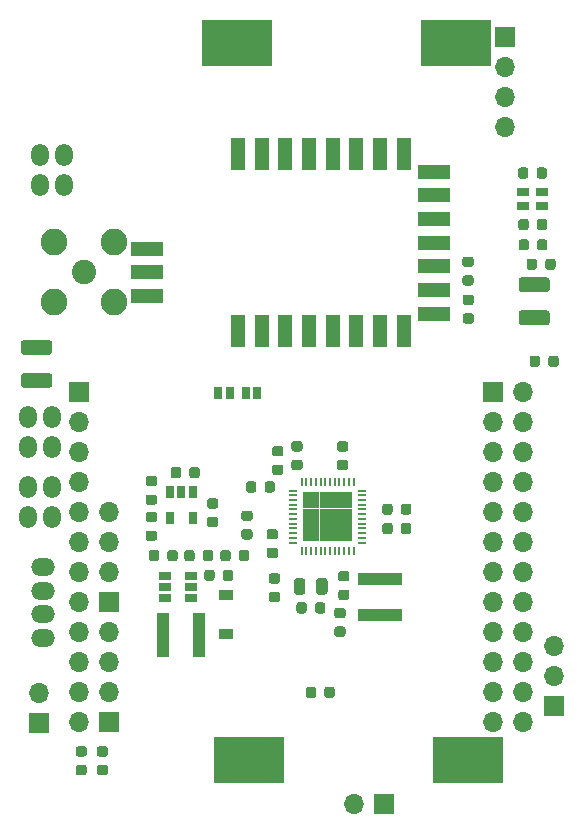
<source format=gts>
G04 #@! TF.GenerationSoftware,KiCad,Pcbnew,5.1.10-88a1d61d58~88~ubuntu20.04.1*
G04 #@! TF.CreationDate,2021-05-10T20:01:03+02:00*
G04 #@! TF.ProjectId,WiRoc_NanoPi_v1,5769526f-635f-44e6-916e-6f50695f7631,rev?*
G04 #@! TF.SameCoordinates,Original*
G04 #@! TF.FileFunction,Soldermask,Top*
G04 #@! TF.FilePolarity,Negative*
%FSLAX46Y46*%
G04 Gerber Fmt 4.6, Leading zero omitted, Abs format (unit mm)*
G04 Created by KiCad (PCBNEW 5.1.10-88a1d61d58~88~ubuntu20.04.1) date 2021-05-10 20:01:03*
%MOMM*%
%LPD*%
G01*
G04 APERTURE LIST*
%ADD10R,0.700000X1.000000*%
%ADD11R,1.400000X1.400000*%
%ADD12O,0.200000X0.700000*%
%ADD13O,0.700000X0.200000*%
%ADD14R,1.000000X0.720000*%
%ADD15O,1.700000X1.700000*%
%ADD16R,1.700000X1.700000*%
%ADD17R,2.800000X1.200000*%
%ADD18R,1.200000X2.800000*%
%ADD19C,2.250000*%
%ADD20C,2.050000*%
%ADD21O,1.500000X1.900000*%
%ADD22R,6.000000X4.000000*%
%ADD23R,1.060000X0.650000*%
%ADD24R,0.650000X1.060000*%
%ADD25R,3.700000X1.100000*%
%ADD26R,1.100000X3.700000*%
%ADD27R,1.200000X0.900000*%
%ADD28O,2.000000X1.500000*%
G04 APERTURE END LIST*
D10*
X67680000Y-78370000D03*
X68680000Y-78370000D03*
X65340000Y-78360000D03*
X66340000Y-78360000D03*
D11*
X76020200Y-87426400D03*
X74620200Y-87426400D03*
X73220200Y-87426400D03*
X73220200Y-88826400D03*
X74620200Y-88826400D03*
X76020200Y-90226400D03*
X76020200Y-88826400D03*
X74620200Y-90226400D03*
X73220200Y-90226400D03*
D12*
X76820200Y-91726400D03*
X76420200Y-91726400D03*
X76020200Y-91726400D03*
X75620200Y-91726400D03*
X75220200Y-91726400D03*
X74820200Y-91726400D03*
X74420200Y-91726400D03*
X74020200Y-91726400D03*
X73620200Y-91726400D03*
X73220200Y-91726400D03*
X72820200Y-91726400D03*
X72420200Y-91726400D03*
D13*
X71720200Y-91026400D03*
X71720200Y-90626400D03*
X71720200Y-90226400D03*
X71720200Y-89826400D03*
X71720200Y-89426400D03*
X71720200Y-89026400D03*
X71720200Y-88626400D03*
X71720200Y-88226400D03*
X71720200Y-87826400D03*
X71720200Y-87426400D03*
X71720200Y-87026400D03*
X71720200Y-86626400D03*
D12*
X72420200Y-85926400D03*
X72820200Y-85926400D03*
X73220200Y-85926400D03*
X73620200Y-85926400D03*
X74020200Y-85926400D03*
X74420200Y-85926400D03*
X74820200Y-85926400D03*
X75220200Y-85926400D03*
X75620200Y-85926400D03*
X76020200Y-85926400D03*
X76420200Y-85926400D03*
X76820200Y-85926400D03*
D13*
X77520200Y-86626400D03*
X77520200Y-87026400D03*
X77520200Y-87426400D03*
X77520200Y-87826400D03*
X77520200Y-88226400D03*
X77520200Y-88626400D03*
X77520200Y-89026400D03*
X77520200Y-89426400D03*
X77520200Y-89826400D03*
X77520200Y-90226400D03*
X77520200Y-90626400D03*
X77520200Y-91026400D03*
D14*
X92802820Y-61355580D03*
X91202820Y-61355580D03*
X91202820Y-62535580D03*
X92802820Y-62535580D03*
D15*
X88620000Y-96045000D03*
X88620000Y-83345000D03*
X91160000Y-103665000D03*
X88620000Y-103665000D03*
X91160000Y-98585000D03*
X88620000Y-101125000D03*
X88620000Y-93505000D03*
X91160000Y-106205000D03*
X88620000Y-90965000D03*
X91160000Y-93505000D03*
X91160000Y-101125000D03*
X91160000Y-88425000D03*
X88620000Y-106205000D03*
X91160000Y-96045000D03*
X88620000Y-98585000D03*
X91160000Y-83345000D03*
X91160000Y-90965000D03*
X88620000Y-88425000D03*
D16*
X88620000Y-78265000D03*
D15*
X88620000Y-85885000D03*
X91160000Y-80805000D03*
X88620000Y-80805000D03*
X91160000Y-85885000D03*
X91160000Y-78265000D03*
X53610000Y-85885000D03*
X53610000Y-83345000D03*
X53610000Y-80805000D03*
D16*
X53610000Y-78265000D03*
D15*
X53610000Y-106205000D03*
X53610000Y-103665000D03*
X53610000Y-101125000D03*
X53610000Y-98585000D03*
X53610000Y-96045000D03*
X53610000Y-88425000D03*
X53610000Y-93505000D03*
X53610000Y-90965000D03*
X56150000Y-101125000D03*
X56150000Y-103665000D03*
X56150000Y-98585000D03*
D16*
X56150000Y-106205000D03*
X56150000Y-96045000D03*
D15*
X56150000Y-88425000D03*
X56150000Y-93505000D03*
X56150000Y-90965000D03*
D17*
X59350000Y-70135200D03*
X59350000Y-68135200D03*
X59350000Y-66135200D03*
D18*
X67050000Y-58135200D03*
X69050000Y-58135200D03*
X71050000Y-58135200D03*
X73050000Y-58135200D03*
X75050000Y-58135200D03*
X77050000Y-58135200D03*
X79050000Y-58135200D03*
X81050000Y-58135200D03*
D17*
X83650000Y-59635200D03*
X83650000Y-61635200D03*
X83650000Y-63635200D03*
X83650000Y-65635200D03*
X83650000Y-67635200D03*
X83650000Y-69635200D03*
X83650000Y-71635200D03*
D18*
X79050000Y-73135200D03*
X77050000Y-73135200D03*
X75050000Y-73135200D03*
X73050000Y-73135200D03*
X71050000Y-73135200D03*
X69050000Y-73135200D03*
X67050000Y-73135200D03*
X81050000Y-73135200D03*
D15*
X50210000Y-103750000D03*
D16*
X50210000Y-106290000D03*
D15*
X89678000Y-55880000D03*
X89678000Y-53340000D03*
X89678000Y-50800000D03*
D16*
X89678000Y-48260000D03*
D15*
X93766700Y-99790600D03*
X93766700Y-102330600D03*
D16*
X93766700Y-104870600D03*
D15*
X76840000Y-113170000D03*
D16*
X79380000Y-113170000D03*
D19*
X51460000Y-65602200D03*
X51460000Y-70682200D03*
X56540000Y-70682200D03*
X56540000Y-65602200D03*
D20*
X54000000Y-68142200D03*
D21*
X52290000Y-58180000D03*
X52290000Y-60720000D03*
X50290000Y-58180000D03*
X50290000Y-60720000D03*
X49250000Y-88881300D03*
X49250000Y-86341300D03*
X51250000Y-88881300D03*
X51250000Y-86341300D03*
X49250000Y-82899600D03*
X49250000Y-80359600D03*
X51250000Y-82899600D03*
X51250000Y-80359600D03*
D22*
X86480000Y-109474000D03*
X67980000Y-109474000D03*
X85480000Y-48768000D03*
X66980000Y-48768000D03*
D23*
X63029374Y-95737056D03*
X63029374Y-94787056D03*
X63029374Y-93837056D03*
X60829374Y-93837056D03*
X60829374Y-95737056D03*
X60829374Y-94787056D03*
D24*
X63180720Y-86770170D03*
X62230720Y-86770170D03*
X61280720Y-86770170D03*
X61280720Y-88970170D03*
X63180720Y-88970170D03*
D25*
X79050000Y-97130000D03*
X79050000Y-94130000D03*
D26*
X60720000Y-98890000D03*
X63720000Y-98890000D03*
G36*
G01*
X69683750Y-89885000D02*
X70196250Y-89885000D01*
G75*
G02*
X70415000Y-90103750I0J-218750D01*
G01*
X70415000Y-90541250D01*
G75*
G02*
X70196250Y-90760000I-218750J0D01*
G01*
X69683750Y-90760000D01*
G75*
G02*
X69465000Y-90541250I0J218750D01*
G01*
X69465000Y-90103750D01*
G75*
G02*
X69683750Y-89885000I218750J0D01*
G01*
G37*
G36*
G01*
X69683750Y-91460000D02*
X70196250Y-91460000D01*
G75*
G02*
X70415000Y-91678750I0J-218750D01*
G01*
X70415000Y-92116250D01*
G75*
G02*
X70196250Y-92335000I-218750J0D01*
G01*
X69683750Y-92335000D01*
G75*
G02*
X69465000Y-92116250I0J218750D01*
G01*
X69465000Y-91678750D01*
G75*
G02*
X69683750Y-91460000I218750J0D01*
G01*
G37*
G36*
G01*
X67533750Y-89900000D02*
X68046250Y-89900000D01*
G75*
G02*
X68265000Y-90118750I0J-218750D01*
G01*
X68265000Y-90556250D01*
G75*
G02*
X68046250Y-90775000I-218750J0D01*
G01*
X67533750Y-90775000D01*
G75*
G02*
X67315000Y-90556250I0J218750D01*
G01*
X67315000Y-90118750D01*
G75*
G02*
X67533750Y-89900000I218750J0D01*
G01*
G37*
G36*
G01*
X67533750Y-88325000D02*
X68046250Y-88325000D01*
G75*
G02*
X68265000Y-88543750I0J-218750D01*
G01*
X68265000Y-88981250D01*
G75*
G02*
X68046250Y-89200000I-218750J0D01*
G01*
X67533750Y-89200000D01*
G75*
G02*
X67315000Y-88981250I0J218750D01*
G01*
X67315000Y-88543750D01*
G75*
G02*
X67533750Y-88325000I218750J0D01*
G01*
G37*
G36*
G01*
X70646250Y-83730000D02*
X70133750Y-83730000D01*
G75*
G02*
X69915000Y-83511250I0J218750D01*
G01*
X69915000Y-83073750D01*
G75*
G02*
X70133750Y-82855000I218750J0D01*
G01*
X70646250Y-82855000D01*
G75*
G02*
X70865000Y-83073750I0J-218750D01*
G01*
X70865000Y-83511250D01*
G75*
G02*
X70646250Y-83730000I-218750J0D01*
G01*
G37*
G36*
G01*
X70646250Y-85305000D02*
X70133750Y-85305000D01*
G75*
G02*
X69915000Y-85086250I0J218750D01*
G01*
X69915000Y-84648750D01*
G75*
G02*
X70133750Y-84430000I218750J0D01*
G01*
X70646250Y-84430000D01*
G75*
G02*
X70865000Y-84648750I0J-218750D01*
G01*
X70865000Y-85086250D01*
G75*
G02*
X70646250Y-85305000I-218750J0D01*
G01*
G37*
G36*
G01*
X55293750Y-108275000D02*
X55806250Y-108275000D01*
G75*
G02*
X56025000Y-108493750I0J-218750D01*
G01*
X56025000Y-108931250D01*
G75*
G02*
X55806250Y-109150000I-218750J0D01*
G01*
X55293750Y-109150000D01*
G75*
G02*
X55075000Y-108931250I0J218750D01*
G01*
X55075000Y-108493750D01*
G75*
G02*
X55293750Y-108275000I218750J0D01*
G01*
G37*
G36*
G01*
X55293750Y-109850000D02*
X55806250Y-109850000D01*
G75*
G02*
X56025000Y-110068750I0J-218750D01*
G01*
X56025000Y-110506250D01*
G75*
G02*
X55806250Y-110725000I-218750J0D01*
G01*
X55293750Y-110725000D01*
G75*
G02*
X55075000Y-110506250I0J218750D01*
G01*
X55075000Y-110068750D01*
G75*
G02*
X55293750Y-109850000I218750J0D01*
G01*
G37*
G36*
G01*
X76246250Y-95895000D02*
X75733750Y-95895000D01*
G75*
G02*
X75515000Y-95676250I0J218750D01*
G01*
X75515000Y-95238750D01*
G75*
G02*
X75733750Y-95020000I218750J0D01*
G01*
X76246250Y-95020000D01*
G75*
G02*
X76465000Y-95238750I0J-218750D01*
G01*
X76465000Y-95676250D01*
G75*
G02*
X76246250Y-95895000I-218750J0D01*
G01*
G37*
G36*
G01*
X76246250Y-94320000D02*
X75733750Y-94320000D01*
G75*
G02*
X75515000Y-94101250I0J218750D01*
G01*
X75515000Y-93663750D01*
G75*
G02*
X75733750Y-93445000I218750J0D01*
G01*
X76246250Y-93445000D01*
G75*
G02*
X76465000Y-93663750I0J-218750D01*
G01*
X76465000Y-94101250D01*
G75*
G02*
X76246250Y-94320000I-218750J0D01*
G01*
G37*
G36*
G01*
X71975000Y-96816250D02*
X71975000Y-96303750D01*
G75*
G02*
X72193750Y-96085000I218750J0D01*
G01*
X72631250Y-96085000D01*
G75*
G02*
X72850000Y-96303750I0J-218750D01*
G01*
X72850000Y-96816250D01*
G75*
G02*
X72631250Y-97035000I-218750J0D01*
G01*
X72193750Y-97035000D01*
G75*
G02*
X71975000Y-96816250I0J218750D01*
G01*
G37*
G36*
G01*
X73550000Y-96816250D02*
X73550000Y-96303750D01*
G75*
G02*
X73768750Y-96085000I218750J0D01*
G01*
X74206250Y-96085000D01*
G75*
G02*
X74425000Y-96303750I0J-218750D01*
G01*
X74425000Y-96816250D01*
G75*
G02*
X74206250Y-97035000I-218750J0D01*
G01*
X73768750Y-97035000D01*
G75*
G02*
X73550000Y-96816250I0J218750D01*
G01*
G37*
G36*
G01*
X70376250Y-94500000D02*
X69863750Y-94500000D01*
G75*
G02*
X69645000Y-94281250I0J218750D01*
G01*
X69645000Y-93843750D01*
G75*
G02*
X69863750Y-93625000I218750J0D01*
G01*
X70376250Y-93625000D01*
G75*
G02*
X70595000Y-93843750I0J-218750D01*
G01*
X70595000Y-94281250D01*
G75*
G02*
X70376250Y-94500000I-218750J0D01*
G01*
G37*
G36*
G01*
X70376250Y-96075000D02*
X69863750Y-96075000D01*
G75*
G02*
X69645000Y-95856250I0J218750D01*
G01*
X69645000Y-95418750D01*
G75*
G02*
X69863750Y-95200000I218750J0D01*
G01*
X70376250Y-95200000D01*
G75*
G02*
X70595000Y-95418750I0J-218750D01*
G01*
X70595000Y-95856250D01*
G75*
G02*
X70376250Y-96075000I-218750J0D01*
G01*
G37*
G36*
G01*
X75916250Y-97430000D02*
X75403750Y-97430000D01*
G75*
G02*
X75185000Y-97211250I0J218750D01*
G01*
X75185000Y-96773750D01*
G75*
G02*
X75403750Y-96555000I218750J0D01*
G01*
X75916250Y-96555000D01*
G75*
G02*
X76135000Y-96773750I0J-218750D01*
G01*
X76135000Y-97211250D01*
G75*
G02*
X75916250Y-97430000I-218750J0D01*
G01*
G37*
G36*
G01*
X75916250Y-99005000D02*
X75403750Y-99005000D01*
G75*
G02*
X75185000Y-98786250I0J218750D01*
G01*
X75185000Y-98348750D01*
G75*
G02*
X75403750Y-98130000I218750J0D01*
G01*
X75916250Y-98130000D01*
G75*
G02*
X76135000Y-98348750I0J-218750D01*
G01*
X76135000Y-98786250D01*
G75*
G02*
X75916250Y-99005000I-218750J0D01*
G01*
G37*
G36*
G01*
X61050000Y-92386250D02*
X61050000Y-91873750D01*
G75*
G02*
X61268750Y-91655000I218750J0D01*
G01*
X61706250Y-91655000D01*
G75*
G02*
X61925000Y-91873750I0J-218750D01*
G01*
X61925000Y-92386250D01*
G75*
G02*
X61706250Y-92605000I-218750J0D01*
G01*
X61268750Y-92605000D01*
G75*
G02*
X61050000Y-92386250I0J218750D01*
G01*
G37*
G36*
G01*
X59475000Y-92386250D02*
X59475000Y-91873750D01*
G75*
G02*
X59693750Y-91655000I218750J0D01*
G01*
X60131250Y-91655000D01*
G75*
G02*
X60350000Y-91873750I0J-218750D01*
G01*
X60350000Y-92386250D01*
G75*
G02*
X60131250Y-92605000I-218750J0D01*
G01*
X59693750Y-92605000D01*
G75*
G02*
X59475000Y-92386250I0J218750D01*
G01*
G37*
G36*
G01*
X65525000Y-92386250D02*
X65525000Y-91873750D01*
G75*
G02*
X65743750Y-91655000I218750J0D01*
G01*
X66181250Y-91655000D01*
G75*
G02*
X66400000Y-91873750I0J-218750D01*
G01*
X66400000Y-92386250D01*
G75*
G02*
X66181250Y-92605000I-218750J0D01*
G01*
X65743750Y-92605000D01*
G75*
G02*
X65525000Y-92386250I0J218750D01*
G01*
G37*
G36*
G01*
X67100000Y-92386250D02*
X67100000Y-91873750D01*
G75*
G02*
X67318750Y-91655000I218750J0D01*
G01*
X67756250Y-91655000D01*
G75*
G02*
X67975000Y-91873750I0J-218750D01*
G01*
X67975000Y-92386250D01*
G75*
G02*
X67756250Y-92605000I-218750J0D01*
G01*
X67318750Y-92605000D01*
G75*
G02*
X67100000Y-92386250I0J218750D01*
G01*
G37*
G36*
G01*
X63785000Y-84853750D02*
X63785000Y-85366250D01*
G75*
G02*
X63566250Y-85585000I-218750J0D01*
G01*
X63128750Y-85585000D01*
G75*
G02*
X62910000Y-85366250I0J218750D01*
G01*
X62910000Y-84853750D01*
G75*
G02*
X63128750Y-84635000I218750J0D01*
G01*
X63566250Y-84635000D01*
G75*
G02*
X63785000Y-84853750I0J-218750D01*
G01*
G37*
G36*
G01*
X62210000Y-84853750D02*
X62210000Y-85366250D01*
G75*
G02*
X61991250Y-85585000I-218750J0D01*
G01*
X61553750Y-85585000D01*
G75*
G02*
X61335000Y-85366250I0J218750D01*
G01*
X61335000Y-84853750D01*
G75*
G02*
X61553750Y-84635000I218750J0D01*
G01*
X61991250Y-84635000D01*
G75*
G02*
X62210000Y-84853750I0J-218750D01*
G01*
G37*
D27*
X65980000Y-95440000D03*
X65980000Y-98740000D03*
G36*
G01*
X80121700Y-87944150D02*
X80121700Y-88456650D01*
G75*
G02*
X79902950Y-88675400I-218750J0D01*
G01*
X79465450Y-88675400D01*
G75*
G02*
X79246700Y-88456650I0J218750D01*
G01*
X79246700Y-87944150D01*
G75*
G02*
X79465450Y-87725400I218750J0D01*
G01*
X79902950Y-87725400D01*
G75*
G02*
X80121700Y-87944150I0J-218750D01*
G01*
G37*
G36*
G01*
X81696700Y-87944150D02*
X81696700Y-88456650D01*
G75*
G02*
X81477950Y-88675400I-218750J0D01*
G01*
X81040450Y-88675400D01*
G75*
G02*
X80821700Y-88456650I0J218750D01*
G01*
X80821700Y-87944150D01*
G75*
G02*
X81040450Y-87725400I218750J0D01*
G01*
X81477950Y-87725400D01*
G75*
G02*
X81696700Y-87944150I0J-218750D01*
G01*
G37*
G36*
G01*
X71763750Y-82445000D02*
X72276250Y-82445000D01*
G75*
G02*
X72495000Y-82663750I0J-218750D01*
G01*
X72495000Y-83101250D01*
G75*
G02*
X72276250Y-83320000I-218750J0D01*
G01*
X71763750Y-83320000D01*
G75*
G02*
X71545000Y-83101250I0J218750D01*
G01*
X71545000Y-82663750D01*
G75*
G02*
X71763750Y-82445000I218750J0D01*
G01*
G37*
G36*
G01*
X71763750Y-84020000D02*
X72276250Y-84020000D01*
G75*
G02*
X72495000Y-84238750I0J-218750D01*
G01*
X72495000Y-84676250D01*
G75*
G02*
X72276250Y-84895000I-218750J0D01*
G01*
X71763750Y-84895000D01*
G75*
G02*
X71545000Y-84676250I0J218750D01*
G01*
X71545000Y-84238750D01*
G75*
G02*
X71763750Y-84020000I218750J0D01*
G01*
G37*
G36*
G01*
X80133700Y-89583650D02*
X80133700Y-90096150D01*
G75*
G02*
X79914950Y-90314900I-218750J0D01*
G01*
X79477450Y-90314900D01*
G75*
G02*
X79258700Y-90096150I0J218750D01*
G01*
X79258700Y-89583650D01*
G75*
G02*
X79477450Y-89364900I218750J0D01*
G01*
X79914950Y-89364900D01*
G75*
G02*
X80133700Y-89583650I0J-218750D01*
G01*
G37*
G36*
G01*
X81708700Y-89583650D02*
X81708700Y-90096150D01*
G75*
G02*
X81489950Y-90314900I-218750J0D01*
G01*
X81052450Y-90314900D01*
G75*
G02*
X80833700Y-90096150I0J218750D01*
G01*
X80833700Y-89583650D01*
G75*
G02*
X81052450Y-89364900I218750J0D01*
G01*
X81489950Y-89364900D01*
G75*
G02*
X81708700Y-89583650I0J-218750D01*
G01*
G37*
G36*
G01*
X53493750Y-109850000D02*
X54006250Y-109850000D01*
G75*
G02*
X54225000Y-110068750I0J-218750D01*
G01*
X54225000Y-110506250D01*
G75*
G02*
X54006250Y-110725000I-218750J0D01*
G01*
X53493750Y-110725000D01*
G75*
G02*
X53275000Y-110506250I0J218750D01*
G01*
X53275000Y-110068750D01*
G75*
G02*
X53493750Y-109850000I218750J0D01*
G01*
G37*
G36*
G01*
X53493750Y-108275000D02*
X54006250Y-108275000D01*
G75*
G02*
X54225000Y-108493750I0J-218750D01*
G01*
X54225000Y-108931250D01*
G75*
G02*
X54006250Y-109150000I-218750J0D01*
G01*
X53493750Y-109150000D01*
G75*
G02*
X53275000Y-108931250I0J218750D01*
G01*
X53275000Y-108493750D01*
G75*
G02*
X53493750Y-108275000I218750J0D01*
G01*
G37*
G36*
G01*
X74615000Y-94283750D02*
X74615000Y-95196250D01*
G75*
G02*
X74371250Y-95440000I-243750J0D01*
G01*
X73883750Y-95440000D01*
G75*
G02*
X73640000Y-95196250I0J243750D01*
G01*
X73640000Y-94283750D01*
G75*
G02*
X73883750Y-94040000I243750J0D01*
G01*
X74371250Y-94040000D01*
G75*
G02*
X74615000Y-94283750I0J-243750D01*
G01*
G37*
G36*
G01*
X72740000Y-94283750D02*
X72740000Y-95196250D01*
G75*
G02*
X72496250Y-95440000I-243750J0D01*
G01*
X72008750Y-95440000D01*
G75*
G02*
X71765000Y-95196250I0J243750D01*
G01*
X71765000Y-94283750D01*
G75*
G02*
X72008750Y-94040000I243750J0D01*
G01*
X72496250Y-94040000D01*
G75*
G02*
X72740000Y-94283750I0J-243750D01*
G01*
G37*
G36*
G01*
X65743020Y-94057620D02*
X65743020Y-93545120D01*
G75*
G02*
X65961770Y-93326370I218750J0D01*
G01*
X66399270Y-93326370D01*
G75*
G02*
X66618020Y-93545120I0J-218750D01*
G01*
X66618020Y-94057620D01*
G75*
G02*
X66399270Y-94276370I-218750J0D01*
G01*
X65961770Y-94276370D01*
G75*
G02*
X65743020Y-94057620I0J218750D01*
G01*
G37*
G36*
G01*
X64168020Y-94057620D02*
X64168020Y-93545120D01*
G75*
G02*
X64386770Y-93326370I218750J0D01*
G01*
X64824270Y-93326370D01*
G75*
G02*
X65043020Y-93545120I0J-218750D01*
G01*
X65043020Y-94057620D01*
G75*
G02*
X64824270Y-94276370I-218750J0D01*
G01*
X64386770Y-94276370D01*
G75*
G02*
X64168020Y-94057620I0J218750D01*
G01*
G37*
G36*
G01*
X64925000Y-91873750D02*
X64925000Y-92386250D01*
G75*
G02*
X64706250Y-92605000I-218750J0D01*
G01*
X64268750Y-92605000D01*
G75*
G02*
X64050000Y-92386250I0J218750D01*
G01*
X64050000Y-91873750D01*
G75*
G02*
X64268750Y-91655000I218750J0D01*
G01*
X64706250Y-91655000D01*
G75*
G02*
X64925000Y-91873750I0J-218750D01*
G01*
G37*
G36*
G01*
X63350000Y-91873750D02*
X63350000Y-92386250D01*
G75*
G02*
X63131250Y-92605000I-218750J0D01*
G01*
X62693750Y-92605000D01*
G75*
G02*
X62475000Y-92386250I0J218750D01*
G01*
X62475000Y-91873750D01*
G75*
G02*
X62693750Y-91655000I218750J0D01*
G01*
X63131250Y-91655000D01*
G75*
G02*
X63350000Y-91873750I0J-218750D01*
G01*
G37*
G36*
G01*
X59956250Y-87835000D02*
X59443750Y-87835000D01*
G75*
G02*
X59225000Y-87616250I0J218750D01*
G01*
X59225000Y-87178750D01*
G75*
G02*
X59443750Y-86960000I218750J0D01*
G01*
X59956250Y-86960000D01*
G75*
G02*
X60175000Y-87178750I0J-218750D01*
G01*
X60175000Y-87616250D01*
G75*
G02*
X59956250Y-87835000I-218750J0D01*
G01*
G37*
G36*
G01*
X59956250Y-86260000D02*
X59443750Y-86260000D01*
G75*
G02*
X59225000Y-86041250I0J218750D01*
G01*
X59225000Y-85603750D01*
G75*
G02*
X59443750Y-85385000I218750J0D01*
G01*
X59956250Y-85385000D01*
G75*
G02*
X60175000Y-85603750I0J-218750D01*
G01*
X60175000Y-86041250D01*
G75*
G02*
X59956250Y-86260000I-218750J0D01*
G01*
G37*
G36*
G01*
X59956250Y-90885000D02*
X59443750Y-90885000D01*
G75*
G02*
X59225000Y-90666250I0J218750D01*
G01*
X59225000Y-90228750D01*
G75*
G02*
X59443750Y-90010000I218750J0D01*
G01*
X59956250Y-90010000D01*
G75*
G02*
X60175000Y-90228750I0J-218750D01*
G01*
X60175000Y-90666250D01*
G75*
G02*
X59956250Y-90885000I-218750J0D01*
G01*
G37*
G36*
G01*
X59956250Y-89310000D02*
X59443750Y-89310000D01*
G75*
G02*
X59225000Y-89091250I0J218750D01*
G01*
X59225000Y-88653750D01*
G75*
G02*
X59443750Y-88435000I218750J0D01*
G01*
X59956250Y-88435000D01*
G75*
G02*
X60175000Y-88653750I0J-218750D01*
G01*
X60175000Y-89091250D01*
G75*
G02*
X59956250Y-89310000I-218750J0D01*
G01*
G37*
G36*
G01*
X93915000Y-67213750D02*
X93915000Y-67726250D01*
G75*
G02*
X93696250Y-67945000I-218750J0D01*
G01*
X93258750Y-67945000D01*
G75*
G02*
X93040000Y-67726250I0J218750D01*
G01*
X93040000Y-67213750D01*
G75*
G02*
X93258750Y-66995000I218750J0D01*
G01*
X93696250Y-66995000D01*
G75*
G02*
X93915000Y-67213750I0J-218750D01*
G01*
G37*
G36*
G01*
X92340000Y-67213750D02*
X92340000Y-67726250D01*
G75*
G02*
X92121250Y-67945000I-218750J0D01*
G01*
X91683750Y-67945000D01*
G75*
G02*
X91465000Y-67726250I0J218750D01*
G01*
X91465000Y-67213750D01*
G75*
G02*
X91683750Y-66995000I218750J0D01*
G01*
X92121250Y-66995000D01*
G75*
G02*
X92340000Y-67213750I0J-218750D01*
G01*
G37*
G36*
G01*
X94175000Y-75423750D02*
X94175000Y-75936250D01*
G75*
G02*
X93956250Y-76155000I-218750J0D01*
G01*
X93518750Y-76155000D01*
G75*
G02*
X93300000Y-75936250I0J218750D01*
G01*
X93300000Y-75423750D01*
G75*
G02*
X93518750Y-75205000I218750J0D01*
G01*
X93956250Y-75205000D01*
G75*
G02*
X94175000Y-75423750I0J-218750D01*
G01*
G37*
G36*
G01*
X92600000Y-75423750D02*
X92600000Y-75936250D01*
G75*
G02*
X92381250Y-76155000I-218750J0D01*
G01*
X91943750Y-76155000D01*
G75*
G02*
X91725000Y-75936250I0J218750D01*
G01*
X91725000Y-75423750D01*
G75*
G02*
X91943750Y-75205000I218750J0D01*
G01*
X92381250Y-75205000D01*
G75*
G02*
X92600000Y-75423750I0J-218750D01*
G01*
G37*
G36*
G01*
X93192260Y-59487150D02*
X93192260Y-59999650D01*
G75*
G02*
X92973510Y-60218400I-218750J0D01*
G01*
X92536010Y-60218400D01*
G75*
G02*
X92317260Y-59999650I0J218750D01*
G01*
X92317260Y-59487150D01*
G75*
G02*
X92536010Y-59268400I218750J0D01*
G01*
X92973510Y-59268400D01*
G75*
G02*
X93192260Y-59487150I0J-218750D01*
G01*
G37*
G36*
G01*
X91617260Y-59487150D02*
X91617260Y-59999650D01*
G75*
G02*
X91398510Y-60218400I-218750J0D01*
G01*
X90961010Y-60218400D01*
G75*
G02*
X90742260Y-59999650I0J218750D01*
G01*
X90742260Y-59487150D01*
G75*
G02*
X90961010Y-59268400I218750J0D01*
G01*
X91398510Y-59268400D01*
G75*
G02*
X91617260Y-59487150I0J-218750D01*
G01*
G37*
G36*
G01*
X91657900Y-65565370D02*
X91657900Y-66077870D01*
G75*
G02*
X91439150Y-66296620I-218750J0D01*
G01*
X91001650Y-66296620D01*
G75*
G02*
X90782900Y-66077870I0J218750D01*
G01*
X90782900Y-65565370D01*
G75*
G02*
X91001650Y-65346620I218750J0D01*
G01*
X91439150Y-65346620D01*
G75*
G02*
X91657900Y-65565370I0J-218750D01*
G01*
G37*
G36*
G01*
X93232900Y-65565370D02*
X93232900Y-66077870D01*
G75*
G02*
X93014150Y-66296620I-218750J0D01*
G01*
X92576650Y-66296620D01*
G75*
G02*
X92357900Y-66077870I0J218750D01*
G01*
X92357900Y-65565370D01*
G75*
G02*
X92576650Y-65346620I218750J0D01*
G01*
X93014150Y-65346620D01*
G75*
G02*
X93232900Y-65565370I0J-218750D01*
G01*
G37*
G36*
G01*
X48900000Y-73875000D02*
X51050000Y-73875000D01*
G75*
G02*
X51300000Y-74125000I0J-250000D01*
G01*
X51300000Y-74875000D01*
G75*
G02*
X51050000Y-75125000I-250000J0D01*
G01*
X48900000Y-75125000D01*
G75*
G02*
X48650000Y-74875000I0J250000D01*
G01*
X48650000Y-74125000D01*
G75*
G02*
X48900000Y-73875000I250000J0D01*
G01*
G37*
G36*
G01*
X48900000Y-76675000D02*
X51050000Y-76675000D01*
G75*
G02*
X51300000Y-76925000I0J-250000D01*
G01*
X51300000Y-77675000D01*
G75*
G02*
X51050000Y-77925000I-250000J0D01*
G01*
X48900000Y-77925000D01*
G75*
G02*
X48650000Y-77675000I0J250000D01*
G01*
X48650000Y-76925000D01*
G75*
G02*
X48900000Y-76675000I250000J0D01*
G01*
G37*
G36*
G01*
X76146250Y-84895000D02*
X75633750Y-84895000D01*
G75*
G02*
X75415000Y-84676250I0J218750D01*
G01*
X75415000Y-84238750D01*
G75*
G02*
X75633750Y-84020000I218750J0D01*
G01*
X76146250Y-84020000D01*
G75*
G02*
X76365000Y-84238750I0J-218750D01*
G01*
X76365000Y-84676250D01*
G75*
G02*
X76146250Y-84895000I-218750J0D01*
G01*
G37*
G36*
G01*
X76146250Y-83320000D02*
X75633750Y-83320000D01*
G75*
G02*
X75415000Y-83101250I0J218750D01*
G01*
X75415000Y-82663750D01*
G75*
G02*
X75633750Y-82445000I218750J0D01*
G01*
X76146250Y-82445000D01*
G75*
G02*
X76365000Y-82663750I0J-218750D01*
G01*
X76365000Y-83101250D01*
G75*
G02*
X76146250Y-83320000I-218750J0D01*
G01*
G37*
G36*
G01*
X68580000Y-86063750D02*
X68580000Y-86576250D01*
G75*
G02*
X68361250Y-86795000I-218750J0D01*
G01*
X67923750Y-86795000D01*
G75*
G02*
X67705000Y-86576250I0J218750D01*
G01*
X67705000Y-86063750D01*
G75*
G02*
X67923750Y-85845000I218750J0D01*
G01*
X68361250Y-85845000D01*
G75*
G02*
X68580000Y-86063750I0J-218750D01*
G01*
G37*
G36*
G01*
X70155000Y-86063750D02*
X70155000Y-86576250D01*
G75*
G02*
X69936250Y-86795000I-218750J0D01*
G01*
X69498750Y-86795000D01*
G75*
G02*
X69280000Y-86576250I0J218750D01*
G01*
X69280000Y-86063750D01*
G75*
G02*
X69498750Y-85845000I218750J0D01*
G01*
X69936250Y-85845000D01*
G75*
G02*
X70155000Y-86063750I0J-218750D01*
G01*
G37*
G36*
G01*
X75225000Y-103453750D02*
X75225000Y-103966250D01*
G75*
G02*
X75006250Y-104185000I-218750J0D01*
G01*
X74568750Y-104185000D01*
G75*
G02*
X74350000Y-103966250I0J218750D01*
G01*
X74350000Y-103453750D01*
G75*
G02*
X74568750Y-103235000I218750J0D01*
G01*
X75006250Y-103235000D01*
G75*
G02*
X75225000Y-103453750I0J-218750D01*
G01*
G37*
G36*
G01*
X73650000Y-103453750D02*
X73650000Y-103966250D01*
G75*
G02*
X73431250Y-104185000I-218750J0D01*
G01*
X72993750Y-104185000D01*
G75*
G02*
X72775000Y-103966250I0J218750D01*
G01*
X72775000Y-103453750D01*
G75*
G02*
X72993750Y-103235000I218750J0D01*
G01*
X73431250Y-103235000D01*
G75*
G02*
X73650000Y-103453750I0J-218750D01*
G01*
G37*
D28*
X50561300Y-95117000D03*
X50561300Y-97117000D03*
X50561300Y-93117000D03*
X50561300Y-99117000D03*
G36*
G01*
X86766250Y-69275000D02*
X86253750Y-69275000D01*
G75*
G02*
X86035000Y-69056250I0J218750D01*
G01*
X86035000Y-68618750D01*
G75*
G02*
X86253750Y-68400000I218750J0D01*
G01*
X86766250Y-68400000D01*
G75*
G02*
X86985000Y-68618750I0J-218750D01*
G01*
X86985000Y-69056250D01*
G75*
G02*
X86766250Y-69275000I-218750J0D01*
G01*
G37*
G36*
G01*
X86766250Y-67700000D02*
X86253750Y-67700000D01*
G75*
G02*
X86035000Y-67481250I0J218750D01*
G01*
X86035000Y-67043750D01*
G75*
G02*
X86253750Y-66825000I218750J0D01*
G01*
X86766250Y-66825000D01*
G75*
G02*
X86985000Y-67043750I0J-218750D01*
G01*
X86985000Y-67481250D01*
G75*
G02*
X86766250Y-67700000I-218750J0D01*
G01*
G37*
G36*
G01*
X91035000Y-68575000D02*
X93185000Y-68575000D01*
G75*
G02*
X93435000Y-68825000I0J-250000D01*
G01*
X93435000Y-69575000D01*
G75*
G02*
X93185000Y-69825000I-250000J0D01*
G01*
X91035000Y-69825000D01*
G75*
G02*
X90785000Y-69575000I0J250000D01*
G01*
X90785000Y-68825000D01*
G75*
G02*
X91035000Y-68575000I250000J0D01*
G01*
G37*
G36*
G01*
X91035000Y-71375000D02*
X93185000Y-71375000D01*
G75*
G02*
X93435000Y-71625000I0J-250000D01*
G01*
X93435000Y-72375000D01*
G75*
G02*
X93185000Y-72625000I-250000J0D01*
G01*
X91035000Y-72625000D01*
G75*
G02*
X90785000Y-72375000I0J250000D01*
G01*
X90785000Y-71625000D01*
G75*
G02*
X91035000Y-71375000I250000J0D01*
G01*
G37*
G36*
G01*
X86273750Y-70045000D02*
X86786250Y-70045000D01*
G75*
G02*
X87005000Y-70263750I0J-218750D01*
G01*
X87005000Y-70701250D01*
G75*
G02*
X86786250Y-70920000I-218750J0D01*
G01*
X86273750Y-70920000D01*
G75*
G02*
X86055000Y-70701250I0J218750D01*
G01*
X86055000Y-70263750D01*
G75*
G02*
X86273750Y-70045000I218750J0D01*
G01*
G37*
G36*
G01*
X86273750Y-71620000D02*
X86786250Y-71620000D01*
G75*
G02*
X87005000Y-71838750I0J-218750D01*
G01*
X87005000Y-72276250D01*
G75*
G02*
X86786250Y-72495000I-218750J0D01*
G01*
X86273750Y-72495000D01*
G75*
G02*
X86055000Y-72276250I0J218750D01*
G01*
X86055000Y-71838750D01*
G75*
G02*
X86273750Y-71620000I218750J0D01*
G01*
G37*
G36*
G01*
X93222740Y-63843250D02*
X93222740Y-64355750D01*
G75*
G02*
X93003990Y-64574500I-218750J0D01*
G01*
X92566490Y-64574500D01*
G75*
G02*
X92347740Y-64355750I0J218750D01*
G01*
X92347740Y-63843250D01*
G75*
G02*
X92566490Y-63624500I218750J0D01*
G01*
X93003990Y-63624500D01*
G75*
G02*
X93222740Y-63843250I0J-218750D01*
G01*
G37*
G36*
G01*
X91647740Y-63843250D02*
X91647740Y-64355750D01*
G75*
G02*
X91428990Y-64574500I-218750J0D01*
G01*
X90991490Y-64574500D01*
G75*
G02*
X90772740Y-64355750I0J218750D01*
G01*
X90772740Y-63843250D01*
G75*
G02*
X90991490Y-63624500I218750J0D01*
G01*
X91428990Y-63624500D01*
G75*
G02*
X91647740Y-63843250I0J-218750D01*
G01*
G37*
G36*
G01*
X65136250Y-89735000D02*
X64623750Y-89735000D01*
G75*
G02*
X64405000Y-89516250I0J218750D01*
G01*
X64405000Y-89078750D01*
G75*
G02*
X64623750Y-88860000I218750J0D01*
G01*
X65136250Y-88860000D01*
G75*
G02*
X65355000Y-89078750I0J-218750D01*
G01*
X65355000Y-89516250D01*
G75*
G02*
X65136250Y-89735000I-218750J0D01*
G01*
G37*
G36*
G01*
X65136250Y-88160000D02*
X64623750Y-88160000D01*
G75*
G02*
X64405000Y-87941250I0J218750D01*
G01*
X64405000Y-87503750D01*
G75*
G02*
X64623750Y-87285000I218750J0D01*
G01*
X65136250Y-87285000D01*
G75*
G02*
X65355000Y-87503750I0J-218750D01*
G01*
X65355000Y-87941250D01*
G75*
G02*
X65136250Y-88160000I-218750J0D01*
G01*
G37*
M02*

</source>
